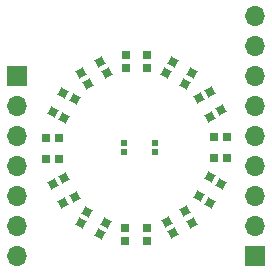
<source format=gbr>
%TF.GenerationSoftware,KiCad,Pcbnew,6.0.8-f2edbf62ab~116~ubuntu20.04.1*%
%TF.CreationDate,2022-10-17T17:20:23+03:00*%
%TF.ProjectId,nicla_sense,6e69636c-615f-4736-956e-73652e6b6963,rev?*%
%TF.SameCoordinates,Original*%
%TF.FileFunction,Soldermask,Top*%
%TF.FilePolarity,Negative*%
%FSLAX46Y46*%
G04 Gerber Fmt 4.6, Leading zero omitted, Abs format (unit mm)*
G04 Created by KiCad (PCBNEW 6.0.8-f2edbf62ab~116~ubuntu20.04.1) date 2022-10-17 17:20:23*
%MOMM*%
%LPD*%
G01*
G04 APERTURE LIST*
G04 Aperture macros list*
%AMRotRect*
0 Rectangle, with rotation*
0 The origin of the aperture is its center*
0 $1 length*
0 $2 width*
0 $3 Rotation angle, in degrees counterclockwise*
0 Add horizontal line*
21,1,$1,$2,0,0,$3*%
G04 Aperture macros list end*
%ADD10RotRect,0.700000X0.700000X150.000000*%
%ADD11RotRect,0.700000X0.700000X330.000000*%
%ADD12R,1.700000X1.700000*%
%ADD13O,1.700000X1.700000*%
%ADD14RotRect,0.700000X0.700000X300.000000*%
%ADD15RotRect,0.700000X0.700000X120.000000*%
%ADD16R,0.700000X0.700000*%
%ADD17RotRect,0.700000X0.700000X30.000000*%
%ADD18RotRect,0.700000X0.700000X210.000000*%
%ADD19RotRect,0.700000X0.700000X240.000000*%
%ADD20RotRect,0.700000X0.700000X60.000000*%
%ADD21R,0.550000X0.550000*%
G04 APERTURE END LIST*
D10*
%TO.C,D6*%
X142987413Y-109173814D03*
X143537413Y-108221186D03*
D11*
X141952587Y-107306186D03*
X141402587Y-108258814D03*
%TD*%
D12*
%TO.C,J2*%
X156180000Y-111080000D03*
D13*
X156180000Y-108540000D03*
X156180000Y-106000000D03*
X156180000Y-103460000D03*
X156180000Y-100920000D03*
X156180000Y-98380000D03*
X156180000Y-95840000D03*
X156180000Y-93300000D03*
X156180000Y-90760000D03*
%TD*%
D14*
%TO.C,D11*%
X152358814Y-97132587D03*
X151406186Y-97682587D03*
D15*
X152321186Y-99267413D03*
X153273814Y-98717413D03*
%TD*%
D16*
%TO.C,D7*%
X147005000Y-109740000D03*
X147005000Y-108640000D03*
X145175000Y-108640000D03*
X145175000Y-109740000D03*
%TD*%
D17*
%TO.C,D2*%
X141446984Y-95511186D03*
X141996984Y-96463814D03*
D18*
X143581810Y-95548814D03*
X143031810Y-94596186D03*
%TD*%
D11*
%TO.C,D12*%
X149182587Y-94596186D03*
X148632587Y-95548814D03*
D10*
X150217413Y-96463814D03*
X150767413Y-95511186D03*
%TD*%
D19*
%TO.C,D9*%
X153273814Y-104942587D03*
X152321186Y-104392587D03*
D20*
X151406186Y-105977413D03*
X152358814Y-106527413D03*
%TD*%
D18*
%TO.C,D8*%
X150793017Y-108218814D03*
X150243017Y-107266186D03*
D17*
X148658191Y-108181186D03*
X149208191Y-109133814D03*
%TD*%
D16*
%TO.C,D4*%
X138440000Y-102858522D03*
X139540000Y-102858522D03*
X139540000Y-101028522D03*
X138440000Y-101028522D03*
%TD*%
%TO.C,D10*%
X153800000Y-100935000D03*
X152700000Y-100935000D03*
X152700000Y-102765000D03*
X153800000Y-102765000D03*
%TD*%
%TO.C,D1*%
X145205000Y-93990000D03*
X145205000Y-95090000D03*
X147035000Y-95090000D03*
X147035000Y-93990000D03*
%TD*%
D15*
%TO.C,D5*%
X139921186Y-106567413D03*
X140873814Y-106017413D03*
D14*
X139958814Y-104432587D03*
X139006186Y-104982587D03*
%TD*%
D21*
%TO.C,S1*%
X145055000Y-101485000D03*
X145055000Y-102235000D03*
X147705000Y-101485000D03*
X147705000Y-102235000D03*
%TD*%
D20*
%TO.C,D3*%
X139006186Y-98817413D03*
X139958814Y-99367413D03*
D19*
X140873814Y-97782587D03*
X139921186Y-97232587D03*
%TD*%
D12*
%TO.C,J1*%
X135950000Y-95830000D03*
D13*
X135950000Y-98370000D03*
X135950000Y-100910000D03*
X135950000Y-103450000D03*
X135950000Y-105990000D03*
X135950000Y-108530000D03*
X135950000Y-111070000D03*
%TD*%
M02*

</source>
